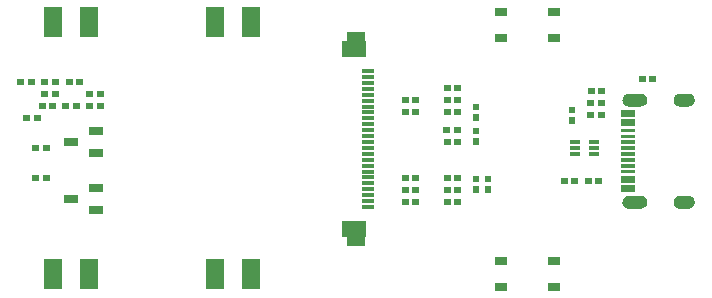
<source format=gtp>
G04 Layer: TopPasteMaskLayer*
G04 EasyEDA v6.5.39, 2023-12-28 21:15:06*
G04 35ff57de02ea422eb169f7c644e1f47a,fc83978cdc934b7da63e149a84a413c2,10*
G04 Gerber Generator version 0.2*
G04 Scale: 100 percent, Rotated: No, Reflected: No *
G04 Dimensions in millimeters *
G04 leading zeros omitted , absolute positions ,4 integer and 5 decimal *
%FSLAX45Y45*%
%MOMM*%

%AMMACRO1*21,1,$1,$2,0,0,$3*%
%ADD10R,0.8499X0.3000*%
%ADD11MACRO1,1.1001X0.3X0.0000*%
%ADD12MACRO1,1.1001X0.2997X0.0000*%
%ADD13MACRO1,1.5999X0.8001X0.0000*%
%ADD14MACRO1,1.95X1.3X0.0000*%
%ADD15R,1.0000X0.7000*%
%ADD16R,1.4999X2.5999*%
%ADD17R,1.1999X0.6500*%
%ADD18R,0.0188X0.6500*%

%LPD*%
G36*
X5300726Y-1293774D02*
G01*
X5296712Y-1297787D01*
X5296712Y-1343812D01*
X5300726Y-1347774D01*
X5350764Y-1347774D01*
X5354777Y-1343812D01*
X5354777Y-1297787D01*
X5350764Y-1293774D01*
G37*
G36*
X5215636Y-1293774D02*
G01*
X5211622Y-1297787D01*
X5211622Y-1343812D01*
X5215636Y-1347774D01*
X5265724Y-1347774D01*
X5269687Y-1343812D01*
X5269687Y-1297787D01*
X5265724Y-1293774D01*
G37*
G36*
X6276187Y-1359712D02*
G01*
X6272225Y-1363675D01*
X6272225Y-1413764D01*
X6276187Y-1417777D01*
X6322212Y-1417777D01*
X6326225Y-1413764D01*
X6326225Y-1363675D01*
X6322212Y-1359712D01*
G37*
G36*
X6276187Y-1274622D02*
G01*
X6272225Y-1278636D01*
X6272225Y-1328674D01*
X6276187Y-1332687D01*
X6322212Y-1332687D01*
X6326225Y-1328674D01*
X6326225Y-1278636D01*
X6322212Y-1274622D01*
G37*
G36*
X6519926Y-1115974D02*
G01*
X6515912Y-1119987D01*
X6515912Y-1166012D01*
X6519926Y-1169974D01*
X6569964Y-1169974D01*
X6573977Y-1166012D01*
X6573977Y-1119987D01*
X6569964Y-1115974D01*
G37*
G36*
X6434836Y-1115974D02*
G01*
X6430822Y-1119987D01*
X6430822Y-1166012D01*
X6434836Y-1169974D01*
X6484924Y-1169974D01*
X6488887Y-1166012D01*
X6488887Y-1119987D01*
X6484924Y-1115974D01*
G37*
G36*
X6494526Y-1877974D02*
G01*
X6490512Y-1881987D01*
X6490512Y-1928012D01*
X6494526Y-1931974D01*
X6544564Y-1931974D01*
X6548577Y-1928012D01*
X6548577Y-1881987D01*
X6544564Y-1877974D01*
G37*
G36*
X6409436Y-1877974D02*
G01*
X6405422Y-1881987D01*
X6405422Y-1928012D01*
X6409436Y-1931974D01*
X6459524Y-1931974D01*
X6463487Y-1928012D01*
X6463487Y-1881987D01*
X6459524Y-1877974D01*
G37*
G36*
X6291326Y-1877974D02*
G01*
X6287312Y-1881987D01*
X6287312Y-1928012D01*
X6291326Y-1931974D01*
X6341364Y-1931974D01*
X6345377Y-1928012D01*
X6345377Y-1881987D01*
X6341364Y-1877974D01*
G37*
G36*
X6206236Y-1877974D02*
G01*
X6202222Y-1881987D01*
X6202222Y-1928012D01*
X6206236Y-1931974D01*
X6256324Y-1931974D01*
X6260287Y-1928012D01*
X6260287Y-1881987D01*
X6256324Y-1877974D01*
G37*
G36*
X6715556Y-1811020D02*
G01*
X6715556Y-1840992D01*
X6830568Y-1840992D01*
X6830568Y-1811020D01*
G37*
G36*
X6715556Y-1511046D02*
G01*
X6715556Y-1541018D01*
X6830568Y-1541018D01*
X6830568Y-1511046D01*
G37*
G36*
X6715658Y-1941017D02*
G01*
X6715658Y-2001012D01*
X6830669Y-2001012D01*
X6830669Y-1941017D01*
G37*
G36*
X6715658Y-1611020D02*
G01*
X6715658Y-1640992D01*
X6830669Y-1640992D01*
X6830669Y-1611020D01*
G37*
G36*
X6715658Y-1560982D02*
G01*
X6715658Y-1591005D01*
X6830669Y-1591005D01*
X6830669Y-1560982D01*
G37*
G36*
X6715658Y-1661007D02*
G01*
X6715658Y-1690979D01*
X6830669Y-1690979D01*
X6830669Y-1661007D01*
G37*
G36*
X6715658Y-1461008D02*
G01*
X6715658Y-1490980D01*
X6830669Y-1490980D01*
X6830669Y-1461008D01*
G37*
G36*
X6715658Y-1710994D02*
G01*
X6715658Y-1741017D01*
X6830669Y-1741017D01*
X6830669Y-1710994D01*
G37*
G36*
X6715658Y-1300988D02*
G01*
X6715658Y-1360982D01*
X6830669Y-1360982D01*
X6830669Y-1300988D01*
G37*
G36*
X6715658Y-1861007D02*
G01*
X6715658Y-1921002D01*
X6830669Y-1921002D01*
X6830669Y-1861007D01*
G37*
G36*
X6715658Y-1760982D02*
G01*
X6715658Y-1791004D01*
X6830669Y-1791004D01*
X6830669Y-1760982D01*
G37*
G36*
X6779717Y-2027986D02*
G01*
X6774230Y-2028291D01*
X6768795Y-2029104D01*
X6763512Y-2030425D01*
X6758330Y-2032304D01*
X6753402Y-2034692D01*
X6748729Y-2037537D01*
X6744360Y-2040889D01*
X6740347Y-2044598D01*
X6736689Y-2048713D01*
X6733489Y-2053183D01*
X6730746Y-2057907D01*
X6728510Y-2062886D01*
X6726783Y-2068118D01*
X6725564Y-2073452D01*
X6724853Y-2078888D01*
X6724700Y-2084374D01*
X6725107Y-2089861D01*
X6726072Y-2095246D01*
X6727545Y-2100529D01*
X6729577Y-2105609D01*
X6732066Y-2110486D01*
X6735064Y-2115108D01*
X6738467Y-2119376D01*
X6742277Y-2123338D01*
X6746494Y-2126843D01*
X6751015Y-2129942D01*
X6755841Y-2132533D01*
X6760870Y-2134666D01*
X6766153Y-2136292D01*
X6771487Y-2137410D01*
X6776974Y-2137918D01*
X6879691Y-2138019D01*
X6885178Y-2137714D01*
X6890613Y-2136902D01*
X6895896Y-2135581D01*
X6901078Y-2133701D01*
X6906006Y-2131314D01*
X6910679Y-2128469D01*
X6915048Y-2125116D01*
X6919061Y-2121408D01*
X6922719Y-2117293D01*
X6925919Y-2112822D01*
X6928662Y-2108098D01*
X6930898Y-2103120D01*
X6932675Y-2097887D01*
X6933895Y-2092553D01*
X6934555Y-2087118D01*
X6934708Y-2081631D01*
X6934301Y-2076145D01*
X6933336Y-2070760D01*
X6931863Y-2065477D01*
X6929831Y-2060397D01*
X6927342Y-2055520D01*
X6924344Y-2050897D01*
X6920941Y-2046630D01*
X6917131Y-2042668D01*
X6912914Y-2039162D01*
X6908393Y-2036064D01*
X6903567Y-2033422D01*
X6898538Y-2031339D01*
X6893255Y-2029714D01*
X6887921Y-2028596D01*
X6882434Y-2028088D01*
G37*
G36*
X6779717Y-1163980D02*
G01*
X6774230Y-1164285D01*
X6768795Y-1165098D01*
X6763512Y-1166418D01*
X6758330Y-1168298D01*
X6753402Y-1170686D01*
X6748729Y-1173530D01*
X6744360Y-1176883D01*
X6740347Y-1180592D01*
X6736689Y-1184706D01*
X6733489Y-1189177D01*
X6730746Y-1193901D01*
X6728510Y-1198880D01*
X6726783Y-1204112D01*
X6725564Y-1209446D01*
X6724853Y-1214882D01*
X6724700Y-1220368D01*
X6725107Y-1225854D01*
X6726072Y-1231239D01*
X6727545Y-1236522D01*
X6729577Y-1241602D01*
X6732066Y-1246479D01*
X6735064Y-1251102D01*
X6738467Y-1255369D01*
X6742277Y-1259332D01*
X6746494Y-1262837D01*
X6751015Y-1265936D01*
X6755841Y-1268526D01*
X6760870Y-1270660D01*
X6766153Y-1272286D01*
X6771487Y-1273403D01*
X6776974Y-1273911D01*
X6879691Y-1274013D01*
X6885178Y-1273708D01*
X6890613Y-1272895D01*
X6895896Y-1271574D01*
X6901078Y-1269695D01*
X6906006Y-1267307D01*
X6910679Y-1264462D01*
X6915048Y-1261110D01*
X6919061Y-1257401D01*
X6922719Y-1253286D01*
X6925919Y-1248816D01*
X6928662Y-1244092D01*
X6930898Y-1239113D01*
X6932675Y-1233881D01*
X6933895Y-1228547D01*
X6934555Y-1223111D01*
X6934708Y-1217625D01*
X6934301Y-1212138D01*
X6933336Y-1206754D01*
X6931863Y-1201470D01*
X6929831Y-1196390D01*
X6927342Y-1191514D01*
X6924344Y-1186891D01*
X6920941Y-1182624D01*
X6917131Y-1178661D01*
X6912914Y-1175156D01*
X6908393Y-1172057D01*
X6903567Y-1169416D01*
X6898538Y-1167333D01*
X6893255Y-1165707D01*
X6887921Y-1164590D01*
X6882434Y-1164082D01*
G37*
G36*
X7212736Y-2027986D02*
G01*
X7207250Y-2028291D01*
X7201814Y-2029104D01*
X7196480Y-2030425D01*
X7191349Y-2032304D01*
X7186422Y-2034692D01*
X7181748Y-2037537D01*
X7177379Y-2040889D01*
X7173366Y-2044598D01*
X7169708Y-2048713D01*
X7166508Y-2053183D01*
X7163765Y-2057907D01*
X7161530Y-2062886D01*
X7159752Y-2068118D01*
X7158532Y-2073452D01*
X7157872Y-2078888D01*
X7157720Y-2084374D01*
X7158126Y-2089861D01*
X7159091Y-2095246D01*
X7160564Y-2100529D01*
X7162596Y-2105609D01*
X7165086Y-2110486D01*
X7168032Y-2115108D01*
X7171486Y-2119376D01*
X7175296Y-2123338D01*
X7179513Y-2126843D01*
X7184034Y-2129942D01*
X7188860Y-2132533D01*
X7193889Y-2134666D01*
X7199122Y-2136292D01*
X7204506Y-2137410D01*
X7209993Y-2137918D01*
X7282738Y-2138019D01*
X7288174Y-2137714D01*
X7293609Y-2136902D01*
X7298944Y-2135581D01*
X7304074Y-2133701D01*
X7309002Y-2131314D01*
X7313675Y-2128469D01*
X7318044Y-2125116D01*
X7322108Y-2121408D01*
X7325715Y-2117293D01*
X7328916Y-2112822D01*
X7331659Y-2108098D01*
X7333894Y-2103120D01*
X7335672Y-2097887D01*
X7336891Y-2092553D01*
X7337552Y-2087118D01*
X7337704Y-2081631D01*
X7337298Y-2076145D01*
X7336332Y-2070760D01*
X7334859Y-2065477D01*
X7332827Y-2060397D01*
X7330338Y-2055520D01*
X7327392Y-2050897D01*
X7323937Y-2046630D01*
X7320127Y-2042668D01*
X7315911Y-2039162D01*
X7311390Y-2036064D01*
X7306564Y-2033422D01*
X7301534Y-2031339D01*
X7296302Y-2029714D01*
X7290917Y-2028596D01*
X7285431Y-2028088D01*
G37*
G36*
X7212736Y-1163980D02*
G01*
X7207250Y-1164285D01*
X7201814Y-1165098D01*
X7196480Y-1166418D01*
X7191349Y-1168298D01*
X7186422Y-1170686D01*
X7181748Y-1173530D01*
X7177379Y-1176883D01*
X7173366Y-1180592D01*
X7169708Y-1184706D01*
X7166508Y-1189177D01*
X7163765Y-1193901D01*
X7161530Y-1198880D01*
X7159752Y-1204112D01*
X7158532Y-1209446D01*
X7157872Y-1214882D01*
X7157720Y-1220368D01*
X7158126Y-1225854D01*
X7159091Y-1231239D01*
X7160564Y-1236522D01*
X7162596Y-1241602D01*
X7165086Y-1246479D01*
X7168032Y-1251102D01*
X7171486Y-1255369D01*
X7175296Y-1259332D01*
X7179513Y-1262837D01*
X7184034Y-1265936D01*
X7188860Y-1268526D01*
X7193889Y-1270660D01*
X7199122Y-1272286D01*
X7204506Y-1273403D01*
X7209993Y-1273911D01*
X7282738Y-1274013D01*
X7288174Y-1273708D01*
X7293609Y-1272895D01*
X7298944Y-1271574D01*
X7304074Y-1269695D01*
X7309002Y-1267307D01*
X7313675Y-1264462D01*
X7318044Y-1261110D01*
X7322108Y-1257401D01*
X7325715Y-1253286D01*
X7328916Y-1248816D01*
X7331659Y-1244092D01*
X7333894Y-1239113D01*
X7335672Y-1233881D01*
X7336891Y-1228547D01*
X7337552Y-1223111D01*
X7337704Y-1217625D01*
X7337298Y-1212138D01*
X7336332Y-1206754D01*
X7334859Y-1201470D01*
X7332827Y-1196390D01*
X7330338Y-1191514D01*
X7327392Y-1186891D01*
X7323937Y-1182624D01*
X7320127Y-1178661D01*
X7315911Y-1175156D01*
X7311390Y-1172057D01*
X7306564Y-1169416D01*
X7301534Y-1167333D01*
X7296302Y-1165707D01*
X7290917Y-1164590D01*
X7285431Y-1164082D01*
G37*
G36*
X6715658Y-1380998D02*
G01*
X6715658Y-1440992D01*
X6830669Y-1440992D01*
X6830669Y-1380998D01*
G37*
G36*
X2082393Y-1242517D02*
G01*
X2075383Y-1247495D01*
X2075383Y-1292504D01*
X2082393Y-1297482D01*
X2130399Y-1297482D01*
X2135428Y-1292504D01*
X2135428Y-1247495D01*
X2130399Y-1242517D01*
G37*
G36*
X1984400Y-1242517D02*
G01*
X1979422Y-1247495D01*
X1979422Y-1292504D01*
X1984400Y-1297482D01*
X2032406Y-1297482D01*
X2039416Y-1292504D01*
X2039416Y-1247495D01*
X2032406Y-1242517D01*
G37*
G36*
X1828393Y-1598117D02*
G01*
X1821383Y-1603095D01*
X1821383Y-1648104D01*
X1828393Y-1653082D01*
X1876399Y-1653082D01*
X1881428Y-1648104D01*
X1881428Y-1603095D01*
X1876399Y-1598117D01*
G37*
G36*
X1730400Y-1598117D02*
G01*
X1725422Y-1603095D01*
X1725422Y-1648104D01*
X1730400Y-1653082D01*
X1778406Y-1653082D01*
X1785416Y-1648104D01*
X1785416Y-1603095D01*
X1778406Y-1598117D01*
G37*
G36*
X1904593Y-1140917D02*
G01*
X1897583Y-1145895D01*
X1897583Y-1190904D01*
X1904593Y-1195882D01*
X1952599Y-1195882D01*
X1957628Y-1190904D01*
X1957628Y-1145895D01*
X1952599Y-1140917D01*
G37*
G36*
X1806600Y-1140917D02*
G01*
X1801622Y-1145895D01*
X1801622Y-1190904D01*
X1806600Y-1195882D01*
X1854606Y-1195882D01*
X1861616Y-1190904D01*
X1861616Y-1145895D01*
X1854606Y-1140917D01*
G37*
G36*
X1904593Y-1039317D02*
G01*
X1897583Y-1044295D01*
X1897583Y-1089304D01*
X1904593Y-1094282D01*
X1952599Y-1094282D01*
X1957628Y-1089304D01*
X1957628Y-1044295D01*
X1952599Y-1039317D01*
G37*
G36*
X1806600Y-1039317D02*
G01*
X1801622Y-1044295D01*
X1801622Y-1089304D01*
X1806600Y-1094282D01*
X1854606Y-1094282D01*
X1861616Y-1089304D01*
X1861616Y-1044295D01*
X1854606Y-1039317D01*
G37*
G36*
X6429400Y-1318717D02*
G01*
X6424422Y-1323695D01*
X6424422Y-1368704D01*
X6429400Y-1373682D01*
X6477406Y-1373682D01*
X6484416Y-1368704D01*
X6484416Y-1323695D01*
X6477406Y-1318717D01*
G37*
G36*
X6527393Y-1318717D02*
G01*
X6520383Y-1323695D01*
X6520383Y-1368704D01*
X6527393Y-1373682D01*
X6575399Y-1373682D01*
X6580378Y-1368704D01*
X6580378Y-1323695D01*
X6575399Y-1318717D01*
G37*
G36*
X6429400Y-1217117D02*
G01*
X6424422Y-1222095D01*
X6424422Y-1267104D01*
X6429400Y-1272082D01*
X6477406Y-1272082D01*
X6484416Y-1267104D01*
X6484416Y-1222095D01*
X6477406Y-1217117D01*
G37*
G36*
X6527393Y-1217117D02*
G01*
X6520383Y-1222095D01*
X6520383Y-1267104D01*
X6527393Y-1272082D01*
X6575399Y-1272082D01*
X6580378Y-1267104D01*
X6580378Y-1222095D01*
X6575399Y-1217117D01*
G37*
G36*
X5463387Y-1858822D02*
G01*
X5459425Y-1862836D01*
X5459425Y-1912874D01*
X5463387Y-1916887D01*
X5509412Y-1916887D01*
X5513425Y-1912874D01*
X5513425Y-1862836D01*
X5509412Y-1858822D01*
G37*
G36*
X5463387Y-1943912D02*
G01*
X5459425Y-1947875D01*
X5459425Y-1997964D01*
X5463387Y-2001977D01*
X5509412Y-2001977D01*
X5513425Y-1997964D01*
X5513425Y-1947875D01*
X5509412Y-1943912D01*
G37*
G36*
X5463387Y-1537512D02*
G01*
X5459425Y-1541475D01*
X5459425Y-1591564D01*
X5463387Y-1595577D01*
X5509412Y-1595577D01*
X5513425Y-1591564D01*
X5513425Y-1541475D01*
X5509412Y-1537512D01*
G37*
G36*
X5463387Y-1452422D02*
G01*
X5459425Y-1456436D01*
X5459425Y-1506474D01*
X5463387Y-1510487D01*
X5509412Y-1510487D01*
X5513425Y-1506474D01*
X5513425Y-1456436D01*
X5509412Y-1452422D01*
G37*
G36*
X6866636Y-1014374D02*
G01*
X6862622Y-1018387D01*
X6862622Y-1064412D01*
X6866636Y-1068374D01*
X6916724Y-1068374D01*
X6920687Y-1064412D01*
X6920687Y-1018387D01*
X6916724Y-1014374D01*
G37*
G36*
X6951725Y-1014374D02*
G01*
X6947712Y-1018387D01*
X6947712Y-1064412D01*
X6951725Y-1068374D01*
X7001764Y-1068374D01*
X7005777Y-1064412D01*
X7005777Y-1018387D01*
X7001764Y-1014374D01*
G37*
G36*
X1603400Y-1039317D02*
G01*
X1598422Y-1044295D01*
X1598422Y-1089304D01*
X1603400Y-1094282D01*
X1651406Y-1094282D01*
X1658416Y-1089304D01*
X1658416Y-1044295D01*
X1651406Y-1039317D01*
G37*
G36*
X1701393Y-1039317D02*
G01*
X1694383Y-1044295D01*
X1694383Y-1089304D01*
X1701393Y-1094282D01*
X1749399Y-1094282D01*
X1754378Y-1089304D01*
X1754378Y-1044295D01*
X1749399Y-1039317D01*
G37*
G36*
X5210200Y-1445717D02*
G01*
X5205222Y-1450695D01*
X5205222Y-1495704D01*
X5210200Y-1500682D01*
X5258206Y-1500682D01*
X5265216Y-1495704D01*
X5265216Y-1450695D01*
X5258206Y-1445717D01*
G37*
G36*
X5308193Y-1445717D02*
G01*
X5301183Y-1450695D01*
X5301183Y-1495704D01*
X5308193Y-1500682D01*
X5356199Y-1500682D01*
X5361178Y-1495704D01*
X5361178Y-1450695D01*
X5356199Y-1445717D01*
G37*
G36*
X2285593Y-1242517D02*
G01*
X2278583Y-1247495D01*
X2278583Y-1292504D01*
X2285593Y-1297482D01*
X2333599Y-1297482D01*
X2338628Y-1292504D01*
X2338628Y-1247495D01*
X2333599Y-1242517D01*
G37*
G36*
X2187600Y-1242517D02*
G01*
X2182622Y-1247495D01*
X2182622Y-1292504D01*
X2187600Y-1297482D01*
X2235606Y-1297482D01*
X2242616Y-1292504D01*
X2242616Y-1247495D01*
X2235606Y-1242517D01*
G37*
G36*
X2285593Y-1140917D02*
G01*
X2278583Y-1145895D01*
X2278583Y-1190904D01*
X2285593Y-1195882D01*
X2333599Y-1195882D01*
X2338628Y-1190904D01*
X2338628Y-1145895D01*
X2333599Y-1140917D01*
G37*
G36*
X2187600Y-1140917D02*
G01*
X2182622Y-1145895D01*
X2182622Y-1190904D01*
X2187600Y-1195882D01*
X2235606Y-1195882D01*
X2242616Y-1190904D01*
X2242616Y-1145895D01*
X2235606Y-1140917D01*
G37*
G36*
X5215636Y-1192174D02*
G01*
X5211622Y-1196187D01*
X5211622Y-1242212D01*
X5215636Y-1246174D01*
X5265724Y-1246174D01*
X5269687Y-1242212D01*
X5269687Y-1196187D01*
X5265724Y-1192174D01*
G37*
G36*
X5300726Y-1192174D02*
G01*
X5296712Y-1196187D01*
X5296712Y-1242212D01*
X5300726Y-1246174D01*
X5350764Y-1246174D01*
X5354777Y-1242212D01*
X5354777Y-1196187D01*
X5350764Y-1192174D01*
G37*
G36*
X4945126Y-1293774D02*
G01*
X4941112Y-1297787D01*
X4941112Y-1343812D01*
X4945126Y-1347774D01*
X4995164Y-1347774D01*
X4999177Y-1343812D01*
X4999177Y-1297787D01*
X4995164Y-1293774D01*
G37*
G36*
X4860036Y-1293774D02*
G01*
X4856022Y-1297787D01*
X4856022Y-1343812D01*
X4860036Y-1347774D01*
X4910124Y-1347774D01*
X4914087Y-1343812D01*
X4914087Y-1297787D01*
X4910124Y-1293774D01*
G37*
G36*
X4945126Y-1852574D02*
G01*
X4941112Y-1856587D01*
X4941112Y-1902612D01*
X4945126Y-1906574D01*
X4995164Y-1906574D01*
X4999177Y-1902612D01*
X4999177Y-1856587D01*
X4995164Y-1852574D01*
G37*
G36*
X4860036Y-1852574D02*
G01*
X4856022Y-1856587D01*
X4856022Y-1902612D01*
X4860036Y-1906574D01*
X4910124Y-1906574D01*
X4914087Y-1902612D01*
X4914087Y-1856587D01*
X4910124Y-1852574D01*
G37*
G36*
X5215636Y-1090574D02*
G01*
X5211622Y-1094587D01*
X5211622Y-1140612D01*
X5215636Y-1144574D01*
X5265724Y-1144574D01*
X5269687Y-1140612D01*
X5269687Y-1094587D01*
X5265724Y-1090574D01*
G37*
G36*
X5300726Y-1090574D02*
G01*
X5296712Y-1094587D01*
X5296712Y-1140612D01*
X5300726Y-1144574D01*
X5350764Y-1144574D01*
X5354777Y-1140612D01*
X5354777Y-1094587D01*
X5350764Y-1090574D01*
G37*
G36*
X4860036Y-1192174D02*
G01*
X4856022Y-1196187D01*
X4856022Y-1242212D01*
X4860036Y-1246174D01*
X4910124Y-1246174D01*
X4914087Y-1242212D01*
X4914087Y-1196187D01*
X4910124Y-1192174D01*
G37*
G36*
X4945126Y-1192174D02*
G01*
X4941112Y-1196187D01*
X4941112Y-1242212D01*
X4945126Y-1246174D01*
X4995164Y-1246174D01*
X4999177Y-1242212D01*
X4999177Y-1196187D01*
X4995164Y-1192174D01*
G37*
G36*
X5463387Y-1334312D02*
G01*
X5459425Y-1338275D01*
X5459425Y-1388364D01*
X5463387Y-1392377D01*
X5509412Y-1392377D01*
X5513425Y-1388364D01*
X5513425Y-1338275D01*
X5509412Y-1334312D01*
G37*
G36*
X5463387Y-1249222D02*
G01*
X5459425Y-1253236D01*
X5459425Y-1303274D01*
X5463387Y-1307287D01*
X5509412Y-1307287D01*
X5513425Y-1303274D01*
X5513425Y-1253236D01*
X5509412Y-1249222D01*
G37*
G36*
X1871725Y-1242974D02*
G01*
X1867712Y-1246987D01*
X1867712Y-1293012D01*
X1871725Y-1296974D01*
X1921764Y-1296974D01*
X1925777Y-1293012D01*
X1925777Y-1246987D01*
X1921764Y-1242974D01*
G37*
G36*
X1786636Y-1242974D02*
G01*
X1782622Y-1246987D01*
X1782622Y-1293012D01*
X1786636Y-1296974D01*
X1836724Y-1296974D01*
X1840687Y-1293012D01*
X1840687Y-1246987D01*
X1836724Y-1242974D01*
G37*
G36*
X5215636Y-1547774D02*
G01*
X5211622Y-1551787D01*
X5211622Y-1597812D01*
X5215636Y-1601774D01*
X5265724Y-1601774D01*
X5269687Y-1597812D01*
X5269687Y-1551787D01*
X5265724Y-1547774D01*
G37*
G36*
X5300726Y-1547774D02*
G01*
X5296712Y-1551787D01*
X5296712Y-1597812D01*
X5300726Y-1601774D01*
X5350764Y-1601774D01*
X5354777Y-1597812D01*
X5354777Y-1551787D01*
X5350764Y-1547774D01*
G37*
G36*
X5215636Y-1852574D02*
G01*
X5211622Y-1856587D01*
X5211622Y-1902612D01*
X5215636Y-1906574D01*
X5265724Y-1906574D01*
X5269687Y-1902612D01*
X5269687Y-1856587D01*
X5265724Y-1852574D01*
G37*
G36*
X5300726Y-1852574D02*
G01*
X5296712Y-1856587D01*
X5296712Y-1902612D01*
X5300726Y-1906574D01*
X5350764Y-1906574D01*
X5354777Y-1902612D01*
X5354777Y-1856587D01*
X5350764Y-1852574D01*
G37*
G36*
X5215636Y-1954174D02*
G01*
X5211622Y-1958187D01*
X5211622Y-2004212D01*
X5215636Y-2008174D01*
X5265724Y-2008174D01*
X5269687Y-2004212D01*
X5269687Y-1958187D01*
X5265724Y-1954174D01*
G37*
G36*
X5300726Y-1954174D02*
G01*
X5296712Y-1958187D01*
X5296712Y-2004212D01*
X5300726Y-2008174D01*
X5350764Y-2008174D01*
X5354777Y-2004212D01*
X5354777Y-1958187D01*
X5350764Y-1954174D01*
G37*
G36*
X5215636Y-2055774D02*
G01*
X5211622Y-2059787D01*
X5211622Y-2105812D01*
X5215636Y-2109774D01*
X5265724Y-2109774D01*
X5269687Y-2105812D01*
X5269687Y-2059787D01*
X5265724Y-2055774D01*
G37*
G36*
X5300726Y-2055774D02*
G01*
X5296712Y-2059787D01*
X5296712Y-2105812D01*
X5300726Y-2109774D01*
X5350764Y-2109774D01*
X5354777Y-2105812D01*
X5354777Y-2059787D01*
X5350764Y-2055774D01*
G37*
G36*
X4860036Y-2055774D02*
G01*
X4856022Y-2059787D01*
X4856022Y-2105812D01*
X4860036Y-2109774D01*
X4910124Y-2109774D01*
X4914087Y-2105812D01*
X4914087Y-2059787D01*
X4910124Y-2055774D01*
G37*
G36*
X4945126Y-2055774D02*
G01*
X4941112Y-2059787D01*
X4941112Y-2105812D01*
X4945126Y-2109774D01*
X4995164Y-2109774D01*
X4999177Y-2105812D01*
X4999177Y-2059787D01*
X4995164Y-2055774D01*
G37*
G36*
X4860036Y-1954174D02*
G01*
X4856022Y-1958187D01*
X4856022Y-2004212D01*
X4860036Y-2008174D01*
X4910124Y-2008174D01*
X4914087Y-2004212D01*
X4914087Y-1958187D01*
X4910124Y-1954174D01*
G37*
G36*
X4945126Y-1954174D02*
G01*
X4941112Y-1958187D01*
X4941112Y-2004212D01*
X4945126Y-2008174D01*
X4995164Y-2008174D01*
X4999177Y-2004212D01*
X4999177Y-1958187D01*
X4995164Y-1954174D01*
G37*
G36*
X5564987Y-1943912D02*
G01*
X5561025Y-1947875D01*
X5561025Y-1997964D01*
X5564987Y-2001977D01*
X5611012Y-2001977D01*
X5615025Y-1997964D01*
X5615025Y-1947875D01*
X5611012Y-1943912D01*
G37*
G36*
X5564987Y-1858822D02*
G01*
X5561025Y-1862836D01*
X5561025Y-1912874D01*
X5564987Y-1916887D01*
X5611012Y-1916887D01*
X5615025Y-1912874D01*
X5615025Y-1862836D01*
X5611012Y-1858822D01*
G37*
G36*
X1828393Y-1852117D02*
G01*
X1821383Y-1857095D01*
X1821383Y-1902104D01*
X1828393Y-1907082D01*
X1876399Y-1907082D01*
X1881428Y-1902104D01*
X1881428Y-1857095D01*
X1876399Y-1852117D01*
G37*
G36*
X1730400Y-1852117D02*
G01*
X1725422Y-1857095D01*
X1725422Y-1902104D01*
X1730400Y-1907082D01*
X1778406Y-1907082D01*
X1785416Y-1902104D01*
X1785416Y-1857095D01*
X1778406Y-1852117D01*
G37*
G36*
X1752193Y-1344117D02*
G01*
X1745183Y-1349095D01*
X1745183Y-1394104D01*
X1752193Y-1399082D01*
X1800199Y-1399082D01*
X1805228Y-1394104D01*
X1805228Y-1349095D01*
X1800199Y-1344117D01*
G37*
G36*
X1654200Y-1344117D02*
G01*
X1649222Y-1349095D01*
X1649222Y-1394104D01*
X1654200Y-1399082D01*
X1702206Y-1399082D01*
X1709216Y-1394104D01*
X1709216Y-1349095D01*
X1702206Y-1344117D01*
G37*
G36*
X2100326Y-1039774D02*
G01*
X2096312Y-1043787D01*
X2096312Y-1089812D01*
X2100326Y-1093774D01*
X2150364Y-1093774D01*
X2154377Y-1089812D01*
X2154377Y-1043787D01*
X2150364Y-1039774D01*
G37*
G36*
X2015236Y-1039774D02*
G01*
X2011222Y-1043787D01*
X2011222Y-1089812D01*
X2015236Y-1093774D01*
X2065324Y-1093774D01*
X2069287Y-1089812D01*
X2069287Y-1043787D01*
X2065324Y-1039774D01*
G37*
D10*
G01*
X6480810Y-1675612D03*
G01*
X6480810Y-1625600D03*
G01*
X6480810Y-1575587D03*
G01*
X6320790Y-1575587D03*
G01*
X6320790Y-1625600D03*
G01*
X6320790Y-1675612D03*
D11*
G01*
X4567212Y-974407D03*
G01*
X4567212Y-1024420D03*
G01*
X4567212Y-1074407D03*
G01*
X4567212Y-1124419D03*
G01*
X4567212Y-1174407D03*
G01*
X4567212Y-1224419D03*
G01*
X4567212Y-1274406D03*
G01*
X4567212Y-1324419D03*
G01*
X4567212Y-1374406D03*
G01*
X4567212Y-1424419D03*
G01*
X4567212Y-1474406D03*
G01*
X4567212Y-1524419D03*
G01*
X4567212Y-1574406D03*
D12*
G01*
X4567212Y-1624406D03*
D11*
G01*
X4567212Y-1674406D03*
G01*
X4567212Y-1724418D03*
G01*
X4567212Y-1774405D03*
G01*
X4567212Y-1824418D03*
G01*
X4567212Y-1874405D03*
G01*
X4567212Y-1924418D03*
G01*
X4567212Y-1974405D03*
G01*
X4567212Y-2024418D03*
G01*
X4567212Y-2074405D03*
G01*
X4567212Y-2124417D03*
D13*
G01*
X4472216Y-684403D03*
D14*
G01*
X4454715Y-789406D03*
G01*
X4454715Y-2309393D03*
D13*
G01*
X4472216Y-2414397D03*
D15*
G01*
X5693206Y-476707D03*
G01*
X6143193Y-476707D03*
G01*
X5693206Y-691692D03*
G01*
X6143193Y-691692D03*
G01*
X5693206Y-2584907D03*
G01*
X6143193Y-2584907D03*
G01*
X5693206Y-2799892D03*
G01*
X6143193Y-2799892D03*
D16*
G01*
X3278987Y-2692400D03*
G01*
X3579012Y-2692400D03*
G01*
X1907387Y-2692400D03*
G01*
X2207412Y-2692400D03*
D17*
G01*
X2264003Y-2153412D03*
G01*
X2264003Y-1961388D03*
G01*
X2053996Y-2057400D03*
D16*
G01*
X3579012Y-558800D03*
G01*
X3278987Y-558800D03*
G01*
X2207412Y-558800D03*
G01*
X1907387Y-558800D03*
D17*
G01*
X2264003Y-1670812D03*
G01*
X2264003Y-1478788D03*
G01*
X2053996Y-1574800D03*
M02*

</source>
